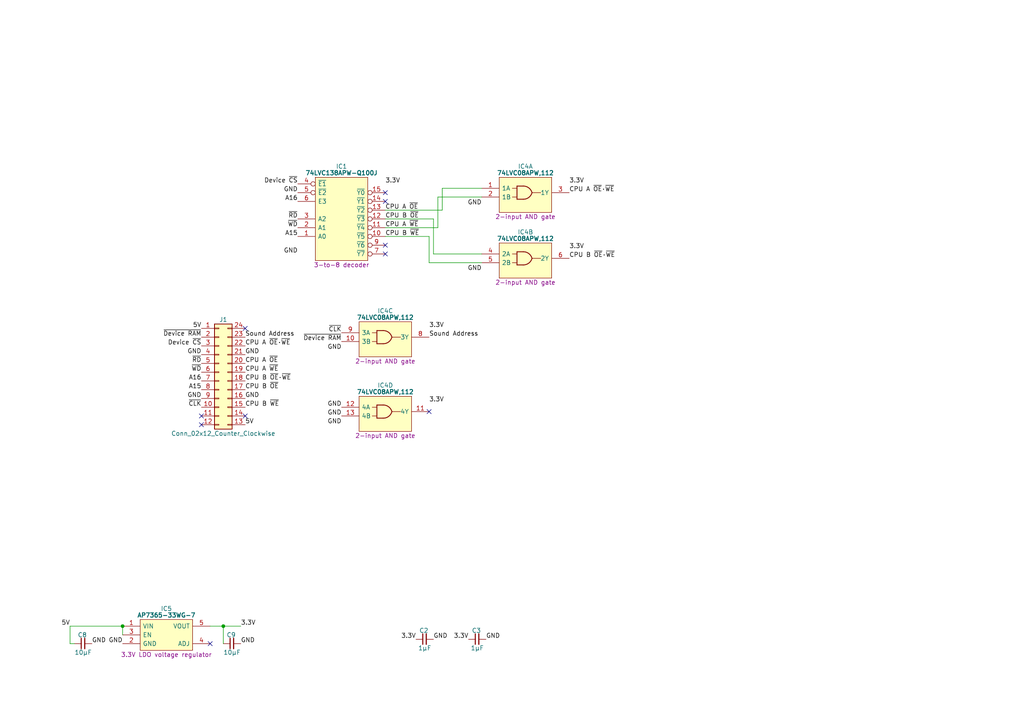
<source format=kicad_sch>
(kicad_sch (version 20230121) (generator eeschema)
  (paper "A4")
  (title_block (title "Sound Address Decode") (date "2023-10-07") (rev "V0"))
  (lib_symbols
    (symbol "Connector_Generic:Conn_02x12_Counter_Clockwise" (pin_names (offset 1.016) hide)
      (property "Reference" "J" (at 1.27 15.24 0))
      (property "Value" "Conn_02x12_Counter_Clockwise" (at 1.27 -17.78 0))
      (symbol "Conn_02x12_Counter_Clockwise_1_1"
        (rectangle (start -1.27 -15.113) (end 0 -15.367) (stroke (width 0.1524)))
        (rectangle (start -1.27 -12.573) (end 0 -12.827) (stroke (width 0.1524)))
        (rectangle (start -1.27 -10.033) (end 0 -10.287) (stroke (width 0.1524)))
        (rectangle (start -1.27 -7.493) (end 0 -7.747) (stroke (width 0.1524)))
        (rectangle (start -1.27 -4.953) (end 0 -5.207) (stroke (width 0.1524)))
        (rectangle (start -1.27 -2.413) (end 0 -2.667) (stroke (width 0.1524)))
        (rectangle (start -1.27 0.127) (end 0 -0.127) (stroke (width 0.1524)))
        (rectangle (start -1.27 2.667) (end 0 2.413) (stroke (width 0.1524)))
        (rectangle (start -1.27 5.207) (end 0 4.953) (stroke (width 0.1524)))
        (rectangle (start -1.27 7.747) (end 0 7.493) (stroke (width 0.1524)))
        (rectangle (start -1.27 10.287) (end 0 10.033) (stroke (width 0.1524)))
        (rectangle (start -1.27 12.827) (end 0 12.573) (stroke (width 0.1524)))
        (rectangle (start -1.27 13.97) (end 3.81 -16.51) (stroke (width 0.254)) (fill (type background)))
        (rectangle (start 3.81 -15.113) (end 2.54 -15.367) (stroke (width 0.1524)))
        (rectangle (start 3.81 -12.573) (end 2.54 -12.827) (stroke (width 0.1524)))
        (rectangle (start 3.81 -10.033) (end 2.54 -10.287) (stroke (width 0.1524)))
        (rectangle (start 3.81 -7.493) (end 2.54 -7.747) (stroke (width 0.1524)))
        (rectangle (start 3.81 -4.953) (end 2.54 -5.207) (stroke (width 0.1524)))
        (rectangle (start 3.81 -2.413) (end 2.54 -2.667) (stroke (width 0.1524)))
        (rectangle (start 3.81 0.127) (end 2.54 -0.127) (stroke (width 0.1524)))
        (rectangle (start 3.81 2.667) (end 2.54 2.413) (stroke (width 0.1524)))
        (rectangle (start 3.81 5.207) (end 2.54 4.953) (stroke (width 0.1524)))
        (rectangle (start 3.81 7.747) (end 2.54 7.493) (stroke (width 0.1524)))
        (rectangle (start 3.81 10.287) (end 2.54 10.033) (stroke (width 0.1524)))
        (rectangle (start 3.81 12.827) (end 2.54 12.573) (stroke (width 0.1524)))
        (pin passive line (at -5.08 12.7 0) (length 3.81) (name "Pin_1") (number "1"))
        (pin passive line (at -5.08 -10.16 0) (length 3.81) (name "Pin_10") (number "10"))
        (pin passive line (at -5.08 -12.7 0) (length 3.81) (name "Pin_11") (number "11"))
        (pin passive line (at -5.08 -15.24 0) (length 3.81) (name "Pin_12") (number "12"))
        (pin passive line (at 7.62 -15.24 180) (length 3.81) (name "Pin_13") (number "13"))
        (pin passive line (at 7.62 -12.7 180) (length 3.81) (name "Pin_14") (number "14"))
        (pin passive line (at 7.62 -10.16 180) (length 3.81) (name "Pin_15") (number "15"))
        (pin passive line (at 7.62 -7.62 180) (length 3.81) (name "Pin_16") (number "16"))
        (pin passive line (at 7.62 -5.08 180) (length 3.81) (name "Pin_17") (number "17"))
        (pin passive line (at 7.62 -2.54 180) (length 3.81) (name "Pin_18") (number "18"))
        (pin passive line (at 7.62 0 180) (length 3.81) (name "Pin_19") (number "19"))
        (pin passive line (at -5.08 10.16 0) (length 3.81) (name "Pin_2") (number "2"))
        (pin passive line (at 7.62 2.54 180) (length 3.81) (name "Pin_20") (number "20"))
        (pin passive line (at 7.62 5.08 180) (length 3.81) (name "Pin_21") (number "21"))
        (pin passive line (at 7.62 7.62 180) (length 3.81) (name "Pin_22") (number "22"))
        (pin passive line (at 7.62 10.16 180) (length 3.81) (name "Pin_23") (number "23"))
        (pin passive line (at 7.62 12.7 180) (length 3.81) (name "Pin_24") (number "24"))
        (pin passive line (at -5.08 7.62 0) (length 3.81) (name "Pin_3") (number "3"))
        (pin passive line (at -5.08 5.08 0) (length 3.81) (name "Pin_4") (number "4"))
        (pin passive line (at -5.08 2.54 0) (length 3.81) (name "Pin_5") (number "5"))
        (pin passive line (at -5.08 0 0) (length 3.81) (name "Pin_6") (number "6"))
        (pin passive line (at -5.08 -2.54 0) (length 3.81) (name "Pin_7") (number "7"))
        (pin passive line (at -5.08 -5.08 0) (length 3.81) (name "Pin_8") (number "8"))
        (pin passive line (at -5.08 -7.62 0) (length 3.81) (name "Pin_9") (number "9"))
      )
    )
    (symbol "Diodes_Inc:AP7365-33WG-7" (pin_names (offset 0.762))
      (property "Reference" "IC" (at 12.7 5.08 0))
      (property "Value" "AP7365-33WG-7" (at 12.7 3.175 0))
      (property "Description" "3.3V LDO voltage regulator" (at 12.7 -8.255 0))
      (symbol "AP7365-33WG-7_0_0"
        (pin passive line (at 0 0 0) (length 5.08) (name "VIN") (number "1"))
        (pin passive line (at 0 -5.08 0) (length 5.08) (name "GND") (number "2"))
        (pin input line (at 0 -2.54 0) (length 5.08) (name "EN") (number "3"))
        (pin passive line (at 25.4 -5.08 180) (length 5.08) (name "ADJ") (number "4"))
        (pin passive line (at 25.4 0 180) (length 5.08) (name "VOUT") (number "5"))
      )
      (symbol "AP7365-33WG-7_0_1"
        (polyline (pts (xy 5.08 1.905) (xy 20.32 1.905) (xy 20.32 -6.985) (xy 5.08 -6.985) (xy 5.08 1.905)) (fill (type background)))
      )
    )
    (symbol "HCP65:C_0805" (pin_numbers hide) (pin_names (offset 0.254) hide)
      (property "Reference" "C" (at 2.286 2.54 0))
      (property "Value" "?μF" (at 2.54 -2.54 0))
      (symbol "C_0805_0_1"
        (polyline (pts (xy 1.9685 -1.4605) (xy 1.9685 1.5875)) (stroke (width 0.3048)))
        (polyline (pts (xy 2.9845 -1.4605) (xy 2.9845 1.5875)) (stroke (width 0.3302)))
      )
      (symbol "C_0805_1_1"
        (pin passive line (at 0 0 0) (length 2.032) (name "~") (number "1"))
        (pin passive line (at 5.08 0 180) (length 2.032) (name "~") (number "2"))
      )
    )
    (symbol "Nexperia:74LVC08APW,112_Multi" (pin_names (offset 0.762))
      (property "Reference" "IC" (at 12.7 6.35 0))
      (property "Value" "74LVC08APW,112" (at 12.7 4.445 0))
      (property "Description" "2-input AND gate" (at 12.7 -8.255 0))
      (symbol "74LVC08APW,112_Multi_0_0"
        (pin passive line (at 25.4 1.27 180) (length 5.08) hide (name "3V") (number "14"))
        (pin passive line (at 0 -5.08 0) (length 5.08) hide (name "GND") (number "7"))
      )
      (symbol "74LVC08APW,112_Multi_0_1"
        (polyline (pts (xy 8.89 -2.54) (xy 10.1599 -2.54)))
        (polyline (pts (xy 8.89 0) (xy 10.1599 0)))
        (polyline (pts (xy 10.248 0.635) (xy 10.248 -3.175)) (stroke (width 0.254)) (fill (type background)))
        (polyline (pts (xy 12.065 -3.175) (xy 10.248 -3.175)) (stroke (width 0.254)) (fill (type background)))
        (polyline (pts (xy 12.065 0.635) (xy 10.248 0.635)) (stroke (width 0.254)) (fill (type background)))
        (polyline (pts (xy 14.605 -1.27) (xy 17.145 -1.27)))
        (polyline (pts (xy 5.08 3.175) (xy 20.32 3.175) (xy 20.32 -6.985) (xy 5.08 -6.985) (xy 5.08 3.175)) (stroke (width 0.1524)) (fill (type background)))
        (arc (start 12.065 -3.175) (mid 13.6634 -2.6604) (end 14.605 -1.27) (stroke (width 0.254)))
        (arc (start 14.605 -1.27) (mid 13.6646 0.122) (end 12.065 0.635) (stroke (width 0.254)))
      )
      (symbol "74LVC08APW,112_Multi_1_0"
        (pin input line (at 0 0 0) (length 5.08) (name "1A") (number "1"))
        (pin input line (at 0 -2.54 0) (length 5.08) (name "1B") (number "2"))
        (pin passive line (at 25.4 -1.27 180) (length 5.08) (name "1Y") (number "3"))
      )
      (symbol "74LVC08APW,112_Multi_2_0"
        (pin input line (at 0 0 0) (length 5.08) (name "2A") (number "4"))
        (pin input line (at 0 -2.54 0) (length 5.08) (name "2B") (number "5"))
        (pin output line (at 25.4 -1.27 180) (length 5.08) (name "2Y") (number "6"))
      )
      (symbol "74LVC08APW,112_Multi_3_0"
        (pin input line (at 0 -2.54 0) (length 5.08) (name "3B") (number "10"))
        (pin output line (at 25.4 -1.27 180) (length 5.08) (name "3Y") (number "8"))
        (pin input line (at 0 0 0) (length 5.08) (name "3A") (number "9"))
      )
      (symbol "74LVC08APW,112_Multi_4_0"
        (pin output line (at 25.4 -1.27 180) (length 5.08) (name "4Y") (number "11"))
        (pin input line (at 0 0 0) (length 5.08) (name "4A") (number "12"))
        (pin input line (at 0 -2.54 0) (length 5.08) (name "4B") (number "13"))
      )
    )
    (symbol "Nexperia:74LVC138APW-Q100J" (pin_names (offset 0.762))
      (property "Reference" "IC" (at 12.7 3.175 0))
      (property "Value" "74LVC138APW-Q100J" (at 12.7 1.27 0))
      (property "Description" "3-to-8 decoder" (at 12.7 -25.4 0))
      (symbol "74LVC138APW-Q100J_0_0"
        (pin input line (at 0 -17.145 0) (length 5.08) (name "A0") (number "1"))
        (pin output inverted (at 25.4 -17.145 180) (length 5.08) (name "~{Y5}") (number "10"))
        (pin output inverted (at 25.4 -14.605 180) (length 5.08) (name "~{Y4}") (number "11"))
        (pin output inverted (at 25.4 -12.065 180) (length 5.08) (name "~{Y3}") (number "12"))
        (pin output inverted (at 25.4 -9.525 180) (length 5.08) (name "~{Y2}") (number "13"))
        (pin output inverted (at 25.4 -6.985 180) (length 5.08) (name "~{Y1}") (number "14"))
        (pin output inverted (at 25.4 -4.445 180) (length 5.08) (name "~{Y0}") (number "15"))
        (pin passive line (at 25.4 -1.905 180) (length 5.08) hide (name "3V") (number "16"))
        (pin input line (at 0 -14.605 0) (length 5.08) (name "A1") (number "2"))
        (pin input line (at 0 -12.065 0) (length 5.08) (name "A2") (number "3"))
        (pin input line (at 0 -6.985 0) (length 5.08) (name "E3") (number "6"))
        (pin output inverted (at 25.4 -22.225 180) (length 5.08) (name "~{Y7}") (number "7"))
        (pin passive line (at 0 -22.225 0) (length 5.08) hide (name "GND") (number "8"))
        (pin output inverted (at 25.4 -19.685 180) (length 5.08) (name "~{Y6}") (number "9"))
      )
      (symbol "74LVC138APW-Q100J_0_1"
        (polyline (pts (xy 5.08 0) (xy 20.32 0) (xy 20.32 -24.13) (xy 5.08 -24.13) (xy 5.08 0)) (stroke (width 0.1524)) (fill (type background)))
      )
      (symbol "74LVC138APW-Q100J_1_0"
        (pin input inverted (at 0 -1.905 0) (length 5.08) (name "~{E1}") (number "4"))
        (pin input inverted (at 0 -4.445 0) (length 5.08) (name "~{E2}") (number "5"))
      )
    )
  )
  (junction (at 35.56 181.61))
  (junction (at 64.77 181.61))
  (no_connect (at 111.76 73.66))
  (no_connect (at 111.76 71.12))
  (no_connect (at 60.96 186.69))
  (no_connect (at 71.12 95.25))
  (no_connect (at 71.12 120.65))
  (no_connect (at 124.46 119.38))
  (no_connect (at 111.76 55.88))
  (no_connect (at 58.42 120.65))
  (no_connect (at 111.76 58.42))
  (no_connect (at 58.42 123.19))
  (wire (pts (xy 128.27 54.61) (xy 128.27 60.96)))
  (wire (pts (xy 125.73 73.66) (xy 125.73 63.5)))
  (wire (pts (xy 128.27 60.96) (xy 111.76 60.96)))
  (wire (pts (xy 64.77 186.69) (xy 64.77 181.61)))
  (wire (pts (xy 111.76 68.58) (xy 124.46 68.58)))
  (wire (pts (xy 124.46 76.2) (xy 124.46 68.58)))
  (wire (pts (xy 20.32 181.61) (xy 35.56 181.61)))
  (wire (pts (xy 139.7 76.2) (xy 124.46 76.2)))
  (wire (pts (xy 35.56 181.61) (xy 35.56 184.15)))
  (wire (pts (xy 127 66.04) (xy 127 57.15)))
  (wire (pts (xy 60.96 181.61) (xy 64.77 181.61)))
  (wire (pts (xy 125.73 63.5) (xy 111.76 63.5)))
  (wire (pts (xy 127 57.15) (xy 139.7 57.15)))
  (wire (pts (xy 20.32 181.61) (xy 20.32 186.69)))
  (wire (pts (xy 139.7 54.61) (xy 128.27 54.61)))
  (wire (pts (xy 139.7 73.66) (xy 125.73 73.66)))
  (wire (pts (xy 111.76 66.04) (xy 127 66.04)))
  (wire (pts (xy 20.32 186.69) (xy 21.59 186.69)))
  (wire (pts (xy 64.77 181.61) (xy 69.85 181.61)))
  (label "3.3V" (at 165.1 53.34 0))
  (label "GND" (at 139.7 59.69 180))
  (label "A16" (at 86.36 58.42 180))
  (label "GND" (at 99.06 118.11 180))
  (label "Sound Address" (at 124.46 97.79 0))
  (label "Device ~{CS}" (at 86.36 53.34 180))
  (label "GND" (at 125.73 185.42 0))
  (label "GND" (at 69.85 186.69 0))
  (label "GND" (at 139.7 78.74 180))
  (label "~{Device RAM}" (at 99.06 99.06 180))
  (label "3.3V" (at 120.65 185.42 180))
  (label "CPU B ~{OE}·~{WE}" (at 165.1 74.93 0))
  (label "3.3V" (at 111.76 53.34 0))
  (label "GND" (at 26.67 186.69 0))
  (label "5V" (at 20.32 181.61 180))
  (label "5V" (at 58.42 95.25 180))
  (label "GND" (at 86.36 73.66 180))
  (label "3.3V" (at 124.46 95.25 0))
  (label "CPU B ~{WE}" (at 111.76 68.58 0))
  (label "GND" (at 58.42 102.87 180))
  (label "Device ~{CS}" (at 58.42 100.33 180))
  (label "A15" (at 58.42 113.03 180))
  (label "CPU B ~{WE}" (at 71.12 118.11 0))
  (label "CPU A ~{OE}" (at 111.76 60.96 0))
  (label "GND" (at 35.56 186.69 180))
  (label "GND" (at 86.36 55.88 180))
  (label "~{WD}" (at 58.42 107.95 180))
  (label "~{WD}" (at 86.36 66.04 180))
  (label "3.3V" (at 124.46 116.84 0))
  (label "GND" (at 99.06 123.19 180))
  (label "CPU A ~{OE}·~{WE}" (at 71.12 100.33 0))
  (label "CPU B ~{OE}" (at 71.12 113.03 0))
  (label "~{RD}" (at 86.36 63.5 180))
  (label "~{CLK}" (at 58.42 118.11 180))
  (label "Sound Address" (at 71.12 97.79 0))
  (label "3.3V" (at 165.1 72.39 0))
  (label "CPU A ~{OE}" (at 71.12 105.41 0))
  (label "CPU A ~{WE}" (at 71.12 107.95 0))
  (label "3.3V" (at 135.89 185.42 180))
  (label "CPU B ~{OE}·~{WE}" (at 71.12 110.49 0))
  (label "GND" (at 58.42 115.57 180))
  (label "~{CLK}" (at 99.06 96.52 180))
  (label "GND" (at 99.06 101.6 180))
  (label "CPU A ~{WE}" (at 111.76 66.04 0))
  (label "A16" (at 58.42 110.49 180))
  (label "3.3V" (at 69.85 181.61 0))
  (label "GND" (at 71.12 102.87 0))
  (label "CPU B ~{OE}" (at 111.76 63.5 0))
  (label "GND" (at 140.97 185.42 0))
  (label "~{RD}" (at 58.42 105.41 180))
  (label "~{Device RAM}" (at 58.42 97.79 180))
  (label "CPU A ~{OE}·~{WE}" (at 165.1 55.88 0))
  (label "GND" (at 71.12 115.57 0))
  (label "GND" (at 99.06 120.65 180))
  (label "A15" (at 86.36 68.58 180))
  (label "5V" (at 71.12 123.19 0))
  (symbol (lib_id "Nexperia:74LVC08APW,112_Multi") (at 99.06 118.11 0) (unit 4)
    (property "Reference" "IC4" (at 111.76 111.76 0))
    (property "Value" "74LVC08APW,112" (at 111.76 113.665 0) (effects (font bold)))
    (property "Footprint" "SOP65P640X110-14N" (effects hide))
    (property "Datasheet" "https://assets.nexperia.com/documents/data-sheet/74LVC08A.pdf" (effects hide))
    (property "Description" "2-input AND gate" (at 111.76 126.365 0))
    (property "Height" "1.1" (effects hide))
    (property "Manufacturer_Name" "Nexperia" (effects hide))
    (property "Manufacturer_Part_Number" "74LVC08APW,112" (effects hide))
    (property "Mouser Part Number" "771-74LVC08APW" (effects hide))
    (property "Mouser Price/Stock" "https://www.mouser.com/Search/Refine.aspx?Keyword=771-74LVC08APW" (effects hide))
    (property "Silkscreen" "74LVC08" (effects hide))
  )
  (symbol (lib_id "HCP65:C_0805") (at 120.65 185.42 0) (unit 1)
    (property "Reference" "C2" (at 122.936 182.88 0))
    (property "Value" "1μF" (at 123.19 187.96 0))
    (property "Footprint" "SamacSys_Parts:C_0805" (effects hide))
  )
  (symbol (lib_id "Nexperia:74LVC08APW,112_Multi") (at 139.7 54.61 0) (unit 1)
    (property "Reference" "IC4" (at 152.4 48.26 0))
    (property "Value" "74LVC08APW,112" (at 152.4 50.165 0) (effects (font bold)))
    (property "Footprint" "SOP65P640X110-14N" (effects hide))
    (property "Datasheet" "https://assets.nexperia.com/documents/data-sheet/74LVC08A.pdf" (effects hide))
    (property "Description" "2-input AND gate" (at 152.4 62.865 0))
    (property "Height" "1.1" (effects hide))
    (property "Manufacturer_Name" "Nexperia" (effects hide))
    (property "Manufacturer_Part_Number" "74LVC08APW,112" (effects hide))
    (property "Mouser Part Number" "771-74LVC08APW" (effects hide))
    (property "Mouser Price/Stock" "https://www.mouser.com/Search/Refine.aspx?Keyword=771-74LVC08APW" (effects hide))
    (property "Silkscreen" "74LVC08" (effects hide))
  )
  (symbol (lib_id "Nexperia:74LVC08APW,112_Multi") (at 139.7 73.66 0) (unit 2)
    (property "Reference" "IC4" (at 152.4 67.31 0))
    (property "Value" "74LVC08APW,112" (at 152.4 69.215 0) (effects (font bold)))
    (property "Footprint" "SOP65P640X110-14N" (effects hide))
    (property "Datasheet" "https://assets.nexperia.com/documents/data-sheet/74LVC08A.pdf" (effects hide))
    (property "Description" "2-input AND gate" (at 152.4 81.915 0))
    (property "Height" "1.1" (effects hide))
    (property "Manufacturer_Name" "Nexperia" (effects hide))
    (property "Manufacturer_Part_Number" "74LVC08APW,112" (effects hide))
    (property "Mouser Part Number" "771-74LVC08APW" (effects hide))
    (property "Mouser Price/Stock" "https://www.mouser.com/Search/Refine.aspx?Keyword=771-74LVC08APW" (effects hide))
    (property "Silkscreen" "74LVC08" (effects hide))
  )
  (symbol (lib_id "HCP65:C_0805") (at 135.89 185.42 0) (unit 1)
    (property "Reference" "C3" (at 138.176 182.88 0))
    (property "Value" "1μF" (at 138.43 187.96 0))
    (property "Footprint" "SamacSys_Parts:C_0805" (effects hide))
  )
  (symbol (lib_id "HCP65:C_0805") (at 21.59 186.69 0) (unit 1)
    (property "Reference" "C8" (at 23.876 184.15 0))
    (property "Value" "10µF" (at 21.59 189.23 0) (effects (justify left)))
    (property "Footprint" "SamacSys_Parts:C_0805" (effects hide))
  )
  (symbol (lib_id "Diodes_Inc:AP7365-33WG-7") (at 35.56 181.61 0) (unit 1)
    (property "Reference" "IC5" (at 48.26 176.53 0))
    (property "Value" "AP7365-33WG-7" (at 48.26 178.435 0) (effects (font bold)))
    (property "Footprint" "SOT95P285X130-5N" (effects hide))
    (property "Datasheet" "https://componentsearchengine.com/Datasheets/1/AP7365-33WG-7.pdf" (effects hide))
    (property "Description" "3.3V LDO voltage regulator" (at 48.26 189.865 0))
    (property "Height" "1.3" (effects hide))
    (property "Manufacturer_Name" "Diodes Inc." (effects hide))
    (property "Manufacturer_Part_Number" "AP7365-33WG-7" (effects hide))
    (property "Mouser Part Number" "621-AP7365-33WG-7" (effects hide))
    (property "Mouser Price/Stock" "https://www.mouser.co.uk/ProductDetail/Diodes-Incorporated/AP7365-33WG-7?qs=abZ1nkZpTuOZFvxvoFPL0w%3D%3D" (effects hide))
    (property "Arrow Part Number" "AP7365-33WG-7" (effects hide))
    (property "Arrow Price/Stock" "https://www.arrow.com/en/products/ap7365-33wg-7/diodes-incorporated?region=nac" (effects hide))
    (property "Silkscreen" "AP7365" (effects hide))
  )
  (symbol (lib_id "HCP65:C_0805") (at 64.77 186.69 0) (unit 1)
    (property "Reference" "C9" (at 67.056 184.15 0))
    (property "Value" "10µF" (at 64.77 189.23 0) (effects (justify left)))
    (property "Footprint" "SamacSys_Parts:C_0805" (effects hide))
  )
  (symbol (lib_id "Nexperia:74LVC138APW-Q100J") (at 86.36 51.435 0) (unit 1)
    (property "Reference" "IC1" (at 99.06 48.26 0))
    (property "Value" "74LVC138APW-Q100J" (at 99.06 50.165 0) (effects (font bold)))
    (property "Footprint" "SOP65P640X110-16N" (effects hide))
    (property "Datasheet" "https://assets.nexperia.com/documents/data-sheet/74LVC138A_Q100.pdf" (effects hide))
    (property "Description" "3-to-8 decoder" (at 99.06 76.835 0))
    (property "Height" "1.1" (effects hide))
    (property "Mouser Part Number" "771-74LVC138APWQ100J" (effects hide))
    (property "Mouser Price/Stock" "https://www.mouser.co.uk/ProductDetail/Nexperia/74LVC138APW-Q100J?qs=fi7yB2oewZnXKE82xo%252BhJQ%3D%3D" (effects hide))
    (property "Manufacturer_Name" "Nexperia" (effects hide))
    (property "Manufacturer_Part_Number" "74LVC138APW-Q100J" (effects hide))
    (property "Silkscreen" "74LVC138" (effects hide))
  )
  (symbol (lib_id "Connector_Generic:Conn_02x12_Counter_Clockwise") (at 63.5 107.95 0) (unit 1)
    (property "Reference" "J1" (at 64.77 92.71 0))
    (property "Value" "Conn_02x12_Counter_Clockwise" (at 64.77 125.73 0))
    (property "Footprint" "SamacSys_Parts:DIP-24_Board_W15.24mm" (effects hide))
  )
  (symbol (lib_id "Nexperia:74LVC08APW,112_Multi") (at 99.06 96.52 0) (unit 3)
    (property "Reference" "IC4" (at 111.76 90.17 0))
    (property "Value" "74LVC08APW,112" (at 111.76 92.075 0) (effects (font bold)))
    (property "Footprint" "SOP65P640X110-14N" (effects hide))
    (property "Datasheet" "https://assets.nexperia.com/documents/data-sheet/74LVC08A.pdf" (effects hide))
    (property "Description" "2-input AND gate" (at 111.76 104.775 0))
    (property "Height" "1.1" (effects hide))
    (property "Manufacturer_Name" "Nexperia" (effects hide))
    (property "Manufacturer_Part_Number" "74LVC08APW,112" (effects hide))
    (property "Mouser Part Number" "771-74LVC08APW" (effects hide))
    (property "Mouser Price/Stock" "https://www.mouser.com/Search/Refine.aspx?Keyword=771-74LVC08APW" (effects hide))
    (property "Silkscreen" "74LVC08" (effects hide))
  )
)
</source>
